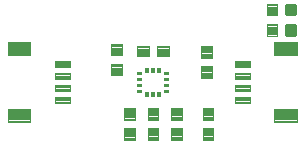
<source format=gtp>
G04 EAGLE Gerber RS-274X export*
G75*
%MOMM*%
%FSLAX34Y34*%
%LPD*%
%INSolderpaste Top*%
%IPPOS*%
%AMOC8*
5,1,8,0,0,1.08239X$1,22.5*%
G01*
%ADD10C,0.100000*%
%ADD11C,0.096000*%
%ADD12C,0.102000*%
%ADD13C,0.300000*%


D10*
X101147Y142550D02*
X101147Y132550D01*
X92147Y132550D01*
X92147Y142550D01*
X101147Y142550D01*
X101147Y133500D02*
X92147Y133500D01*
X92147Y134450D02*
X101147Y134450D01*
X101147Y135400D02*
X92147Y135400D01*
X92147Y136350D02*
X101147Y136350D01*
X101147Y137300D02*
X92147Y137300D01*
X92147Y138250D02*
X101147Y138250D01*
X101147Y139200D02*
X92147Y139200D01*
X92147Y140150D02*
X101147Y140150D01*
X101147Y141100D02*
X92147Y141100D01*
X92147Y142050D02*
X101147Y142050D01*
X101147Y149550D02*
X101147Y159550D01*
X101147Y149550D02*
X92147Y149550D01*
X92147Y159550D01*
X101147Y159550D01*
X101147Y150500D02*
X92147Y150500D01*
X92147Y151450D02*
X101147Y151450D01*
X101147Y152400D02*
X92147Y152400D01*
X92147Y153350D02*
X101147Y153350D01*
X101147Y154300D02*
X92147Y154300D01*
X92147Y155250D02*
X101147Y155250D01*
X101147Y156200D02*
X92147Y156200D01*
X92147Y157150D02*
X101147Y157150D01*
X101147Y158100D02*
X92147Y158100D01*
X92147Y159050D02*
X101147Y159050D01*
X130881Y157662D02*
X140881Y157662D01*
X140881Y148662D01*
X130881Y148662D01*
X130881Y157662D01*
X130881Y149612D02*
X140881Y149612D01*
X140881Y150562D02*
X130881Y150562D01*
X130881Y151512D02*
X140881Y151512D01*
X140881Y152462D02*
X130881Y152462D01*
X130881Y153412D02*
X140881Y153412D01*
X140881Y154362D02*
X130881Y154362D01*
X130881Y155312D02*
X140881Y155312D01*
X140881Y156262D02*
X130881Y156262D01*
X130881Y157212D02*
X140881Y157212D01*
X123881Y157662D02*
X113881Y157662D01*
X123881Y157662D02*
X123881Y148662D01*
X113881Y148662D01*
X113881Y157662D01*
X113881Y149612D02*
X123881Y149612D01*
X123881Y150562D02*
X113881Y150562D01*
X113881Y151512D02*
X123881Y151512D01*
X123881Y152462D02*
X113881Y152462D01*
X113881Y153412D02*
X123881Y153412D01*
X123881Y154362D02*
X113881Y154362D01*
X113881Y155312D02*
X123881Y155312D01*
X123881Y156262D02*
X113881Y156262D01*
X113881Y157212D02*
X123881Y157212D01*
X122945Y104940D02*
X122945Y94940D01*
X122945Y104940D02*
X131945Y104940D01*
X131945Y94940D01*
X122945Y94940D01*
X122945Y95890D02*
X131945Y95890D01*
X131945Y96840D02*
X122945Y96840D01*
X122945Y97790D02*
X131945Y97790D01*
X131945Y98740D02*
X122945Y98740D01*
X122945Y99690D02*
X131945Y99690D01*
X131945Y100640D02*
X122945Y100640D01*
X122945Y101590D02*
X131945Y101590D01*
X131945Y102540D02*
X122945Y102540D01*
X122945Y103490D02*
X131945Y103490D01*
X131945Y104440D02*
X122945Y104440D01*
X122945Y87940D02*
X122945Y77940D01*
X122945Y87940D02*
X131945Y87940D01*
X131945Y77940D01*
X122945Y77940D01*
X122945Y78890D02*
X131945Y78890D01*
X131945Y79840D02*
X122945Y79840D01*
X122945Y80790D02*
X131945Y80790D01*
X131945Y81740D02*
X122945Y81740D01*
X122945Y82690D02*
X131945Y82690D01*
X131945Y83640D02*
X122945Y83640D01*
X122945Y84590D02*
X131945Y84590D01*
X131945Y85540D02*
X122945Y85540D01*
X122945Y86490D02*
X131945Y86490D01*
X131945Y87440D02*
X122945Y87440D01*
X142884Y94940D02*
X142884Y104940D01*
X151884Y104940D01*
X151884Y94940D01*
X142884Y94940D01*
X142884Y95890D02*
X151884Y95890D01*
X151884Y96840D02*
X142884Y96840D01*
X142884Y97790D02*
X151884Y97790D01*
X151884Y98740D02*
X142884Y98740D01*
X142884Y99690D02*
X151884Y99690D01*
X151884Y100640D02*
X142884Y100640D01*
X142884Y101590D02*
X151884Y101590D01*
X151884Y102540D02*
X142884Y102540D01*
X142884Y103490D02*
X151884Y103490D01*
X151884Y104440D02*
X142884Y104440D01*
X142884Y87940D02*
X142884Y77940D01*
X142884Y87940D02*
X151884Y87940D01*
X151884Y77940D01*
X142884Y77940D01*
X142884Y78890D02*
X151884Y78890D01*
X151884Y79840D02*
X142884Y79840D01*
X142884Y80790D02*
X151884Y80790D01*
X151884Y81740D02*
X142884Y81740D01*
X142884Y82690D02*
X151884Y82690D01*
X151884Y83640D02*
X142884Y83640D01*
X142884Y84590D02*
X151884Y84590D01*
X151884Y85540D02*
X142884Y85540D01*
X142884Y86490D02*
X151884Y86490D01*
X151884Y87440D02*
X142884Y87440D01*
X102942Y95067D02*
X102942Y105067D01*
X111942Y105067D01*
X111942Y95067D01*
X102942Y95067D01*
X102942Y96017D02*
X111942Y96017D01*
X111942Y96967D02*
X102942Y96967D01*
X102942Y97917D02*
X111942Y97917D01*
X111942Y98867D02*
X102942Y98867D01*
X102942Y99817D02*
X111942Y99817D01*
X111942Y100767D02*
X102942Y100767D01*
X102942Y101717D02*
X111942Y101717D01*
X111942Y102667D02*
X102942Y102667D01*
X102942Y103617D02*
X111942Y103617D01*
X111942Y104567D02*
X102942Y104567D01*
X102942Y88067D02*
X102942Y78067D01*
X102942Y88067D02*
X111942Y88067D01*
X111942Y78067D01*
X102942Y78067D01*
X102942Y79017D02*
X111942Y79017D01*
X111942Y79967D02*
X102942Y79967D01*
X102942Y80917D02*
X111942Y80917D01*
X111942Y81867D02*
X102942Y81867D01*
X102942Y82817D02*
X111942Y82817D01*
X111942Y83767D02*
X102942Y83767D01*
X102942Y84717D02*
X111942Y84717D01*
X111942Y85667D02*
X102942Y85667D01*
X102942Y86617D02*
X111942Y86617D01*
X111942Y87567D02*
X102942Y87567D01*
D11*
X249216Y93480D02*
X249216Y104520D01*
X249216Y93480D02*
X230176Y93480D01*
X230176Y104520D01*
X249216Y104520D01*
X249216Y94392D02*
X230176Y94392D01*
X230176Y95304D02*
X249216Y95304D01*
X249216Y96216D02*
X230176Y96216D01*
X230176Y97128D02*
X249216Y97128D01*
X249216Y98040D02*
X230176Y98040D01*
X230176Y98952D02*
X249216Y98952D01*
X249216Y99864D02*
X230176Y99864D01*
X230176Y100776D02*
X249216Y100776D01*
X249216Y101688D02*
X230176Y101688D01*
X230176Y102600D02*
X249216Y102600D01*
X249216Y103512D02*
X230176Y103512D01*
X230176Y104424D02*
X249216Y104424D01*
X249216Y149480D02*
X249216Y160520D01*
X249216Y149480D02*
X230176Y149480D01*
X230176Y160520D01*
X249216Y160520D01*
X249216Y150392D02*
X230176Y150392D01*
X230176Y151304D02*
X249216Y151304D01*
X249216Y152216D02*
X230176Y152216D01*
X230176Y153128D02*
X249216Y153128D01*
X249216Y154040D02*
X230176Y154040D01*
X230176Y154952D02*
X249216Y154952D01*
X249216Y155864D02*
X230176Y155864D01*
X230176Y156776D02*
X249216Y156776D01*
X249216Y157688D02*
X230176Y157688D01*
X230176Y158600D02*
X249216Y158600D01*
X249216Y159512D02*
X230176Y159512D01*
X230176Y160424D02*
X249216Y160424D01*
D12*
X209186Y114490D02*
X209186Y109510D01*
X196706Y109510D01*
X196706Y114490D01*
X209186Y114490D01*
X209186Y110479D02*
X196706Y110479D01*
X196706Y111448D02*
X209186Y111448D01*
X209186Y112417D02*
X196706Y112417D01*
X196706Y113386D02*
X209186Y113386D01*
X209186Y114355D02*
X196706Y114355D01*
X209186Y119510D02*
X209186Y124490D01*
X209186Y119510D02*
X196706Y119510D01*
X196706Y124490D01*
X209186Y124490D01*
X209186Y120479D02*
X196706Y120479D01*
X196706Y121448D02*
X209186Y121448D01*
X209186Y122417D02*
X196706Y122417D01*
X196706Y123386D02*
X209186Y123386D01*
X209186Y124355D02*
X196706Y124355D01*
X209186Y129510D02*
X209186Y134490D01*
X209186Y129510D02*
X196706Y129510D01*
X196706Y134490D01*
X209186Y134490D01*
X209186Y130479D02*
X196706Y130479D01*
X196706Y131448D02*
X209186Y131448D01*
X209186Y132417D02*
X196706Y132417D01*
X196706Y133386D02*
X209186Y133386D01*
X209186Y134355D02*
X196706Y134355D01*
X209186Y139510D02*
X209186Y144490D01*
X209186Y139510D02*
X196706Y139510D01*
X196706Y144490D01*
X209186Y144490D01*
X209186Y140479D02*
X196706Y140479D01*
X196706Y141448D02*
X209186Y141448D01*
X209186Y142417D02*
X196706Y142417D01*
X196706Y143386D02*
X209186Y143386D01*
X209186Y144355D02*
X196706Y144355D01*
D11*
X4530Y149480D02*
X4530Y160520D01*
X23570Y160520D01*
X23570Y149480D01*
X4530Y149480D01*
X4530Y150392D02*
X23570Y150392D01*
X23570Y151304D02*
X4530Y151304D01*
X4530Y152216D02*
X23570Y152216D01*
X23570Y153128D02*
X4530Y153128D01*
X4530Y154040D02*
X23570Y154040D01*
X23570Y154952D02*
X4530Y154952D01*
X4530Y155864D02*
X23570Y155864D01*
X23570Y156776D02*
X4530Y156776D01*
X4530Y157688D02*
X23570Y157688D01*
X23570Y158600D02*
X4530Y158600D01*
X4530Y159512D02*
X23570Y159512D01*
X23570Y160424D02*
X4530Y160424D01*
X4530Y104520D02*
X4530Y93480D01*
X4530Y104520D02*
X23570Y104520D01*
X23570Y93480D01*
X4530Y93480D01*
X4530Y94392D02*
X23570Y94392D01*
X23570Y95304D02*
X4530Y95304D01*
X4530Y96216D02*
X23570Y96216D01*
X23570Y97128D02*
X4530Y97128D01*
X4530Y98040D02*
X23570Y98040D01*
X23570Y98952D02*
X4530Y98952D01*
X4530Y99864D02*
X23570Y99864D01*
X23570Y100776D02*
X4530Y100776D01*
X4530Y101688D02*
X23570Y101688D01*
X23570Y102600D02*
X4530Y102600D01*
X4530Y103512D02*
X23570Y103512D01*
X23570Y104424D02*
X4530Y104424D01*
D12*
X44560Y139510D02*
X44560Y144490D01*
X57040Y144490D01*
X57040Y139510D01*
X44560Y139510D01*
X44560Y140479D02*
X57040Y140479D01*
X57040Y141448D02*
X44560Y141448D01*
X44560Y142417D02*
X57040Y142417D01*
X57040Y143386D02*
X44560Y143386D01*
X44560Y144355D02*
X57040Y144355D01*
X44560Y134490D02*
X44560Y129510D01*
X44560Y134490D02*
X57040Y134490D01*
X57040Y129510D01*
X44560Y129510D01*
X44560Y130479D02*
X57040Y130479D01*
X57040Y131448D02*
X44560Y131448D01*
X44560Y132417D02*
X57040Y132417D01*
X57040Y133386D02*
X44560Y133386D01*
X44560Y134355D02*
X57040Y134355D01*
X44560Y124490D02*
X44560Y119510D01*
X44560Y124490D02*
X57040Y124490D01*
X57040Y119510D01*
X44560Y119510D01*
X44560Y120479D02*
X57040Y120479D01*
X57040Y121448D02*
X44560Y121448D01*
X44560Y122417D02*
X57040Y122417D01*
X57040Y123386D02*
X44560Y123386D01*
X44560Y124355D02*
X57040Y124355D01*
X44560Y114490D02*
X44560Y109510D01*
X44560Y114490D02*
X57040Y114490D01*
X57040Y109510D01*
X44560Y109510D01*
X44560Y110479D02*
X57040Y110479D01*
X57040Y111448D02*
X44560Y111448D01*
X44560Y112417D02*
X57040Y112417D01*
X57040Y113386D02*
X44560Y113386D01*
X44560Y114355D02*
X57040Y114355D01*
D13*
X240594Y184594D02*
X247594Y184594D01*
X240594Y184594D02*
X240594Y191594D01*
X247594Y191594D01*
X247594Y184594D01*
X247594Y187444D02*
X240594Y187444D01*
X240594Y190294D02*
X247594Y190294D01*
X247594Y167054D02*
X240594Y167054D01*
X240594Y174054D01*
X247594Y174054D01*
X247594Y167054D01*
X247594Y169904D02*
X240594Y169904D01*
X240594Y172754D02*
X247594Y172754D01*
D10*
X232592Y176332D02*
X232592Y166332D01*
X223592Y166332D01*
X223592Y176332D01*
X232592Y176332D01*
X232592Y167282D02*
X223592Y167282D01*
X223592Y168232D02*
X232592Y168232D01*
X232592Y169182D02*
X223592Y169182D01*
X223592Y170132D02*
X232592Y170132D01*
X232592Y171082D02*
X223592Y171082D01*
X223592Y172032D02*
X232592Y172032D01*
X232592Y172982D02*
X223592Y172982D01*
X223592Y173932D02*
X232592Y173932D01*
X232592Y174882D02*
X223592Y174882D01*
X223592Y175832D02*
X232592Y175832D01*
X232592Y183332D02*
X232592Y193332D01*
X232592Y183332D02*
X223592Y183332D01*
X223592Y193332D01*
X232592Y193332D01*
X232592Y184282D02*
X223592Y184282D01*
X223592Y185232D02*
X232592Y185232D01*
X232592Y186182D02*
X223592Y186182D01*
X223592Y187132D02*
X232592Y187132D01*
X232592Y188082D02*
X223592Y188082D01*
X223592Y189032D02*
X232592Y189032D01*
X232592Y189982D02*
X223592Y189982D01*
X223592Y190932D02*
X232592Y190932D01*
X232592Y191882D02*
X223592Y191882D01*
X223592Y192832D02*
X232592Y192832D01*
X177220Y140264D02*
X177220Y130264D01*
X168220Y130264D01*
X168220Y140264D01*
X177220Y140264D01*
X177220Y131214D02*
X168220Y131214D01*
X168220Y132164D02*
X177220Y132164D01*
X177220Y133114D02*
X168220Y133114D01*
X168220Y134064D02*
X177220Y134064D01*
X177220Y135014D02*
X168220Y135014D01*
X168220Y135964D02*
X177220Y135964D01*
X177220Y136914D02*
X168220Y136914D01*
X168220Y137864D02*
X177220Y137864D01*
X177220Y138814D02*
X168220Y138814D01*
X168220Y139764D02*
X177220Y139764D01*
X177220Y147264D02*
X177220Y157264D01*
X177220Y147264D02*
X168220Y147264D01*
X168220Y157264D01*
X177220Y157264D01*
X177220Y148214D02*
X168220Y148214D01*
X168220Y149164D02*
X177220Y149164D01*
X177220Y150114D02*
X168220Y150114D01*
X168220Y151064D02*
X177220Y151064D01*
X177220Y152014D02*
X168220Y152014D01*
X168220Y152964D02*
X177220Y152964D01*
X177220Y153914D02*
X168220Y153914D01*
X168220Y154864D02*
X177220Y154864D01*
X177220Y155814D02*
X168220Y155814D01*
X168220Y156764D02*
X177220Y156764D01*
D12*
X140515Y120490D02*
X136735Y120490D01*
X140515Y120490D02*
X140515Y118510D01*
X136735Y118510D01*
X136735Y120490D01*
X136735Y119479D02*
X140515Y119479D01*
X140515Y120448D02*
X136735Y120448D01*
X136735Y125490D02*
X140515Y125490D01*
X140515Y123510D01*
X136735Y123510D01*
X136735Y125490D01*
X136735Y124479D02*
X140515Y124479D01*
X140515Y125448D02*
X136735Y125448D01*
X136735Y130490D02*
X140515Y130490D01*
X140515Y128510D01*
X136735Y128510D01*
X136735Y130490D01*
X136735Y129479D02*
X140515Y129479D01*
X140515Y130448D02*
X136735Y130448D01*
X136735Y135490D02*
X140515Y135490D01*
X140515Y133510D01*
X136735Y133510D01*
X136735Y135490D01*
X136735Y134479D02*
X140515Y134479D01*
X140515Y135448D02*
X136735Y135448D01*
X117265Y133510D02*
X113485Y133510D01*
X113485Y135490D01*
X117265Y135490D01*
X117265Y133510D01*
X117265Y134479D02*
X113485Y134479D01*
X113485Y135448D02*
X117265Y135448D01*
X117265Y128510D02*
X113485Y128510D01*
X113485Y130490D01*
X117265Y130490D01*
X117265Y128510D01*
X117265Y129479D02*
X113485Y129479D01*
X113485Y130448D02*
X117265Y130448D01*
X117265Y123510D02*
X113485Y123510D01*
X113485Y125490D01*
X117265Y125490D01*
X117265Y123510D01*
X117265Y124479D02*
X113485Y124479D01*
X113485Y125448D02*
X117265Y125448D01*
X117265Y118510D02*
X113485Y118510D01*
X113485Y120490D01*
X117265Y120490D01*
X117265Y118510D01*
X117265Y119479D02*
X113485Y119479D01*
X113485Y120448D02*
X117265Y120448D01*
X131010Y138890D02*
X132990Y138890D01*
X132990Y135110D01*
X131010Y135110D01*
X131010Y138890D01*
X131010Y136079D02*
X132990Y136079D01*
X132990Y137048D02*
X131010Y137048D01*
X131010Y138017D02*
X132990Y138017D01*
X127990Y138890D02*
X126010Y138890D01*
X127990Y138890D02*
X127990Y135110D01*
X126010Y135110D01*
X126010Y138890D01*
X126010Y136079D02*
X127990Y136079D01*
X127990Y137048D02*
X126010Y137048D01*
X126010Y138017D02*
X127990Y138017D01*
X122990Y138890D02*
X121010Y138890D01*
X122990Y138890D02*
X122990Y135110D01*
X121010Y135110D01*
X121010Y138890D01*
X121010Y136079D02*
X122990Y136079D01*
X122990Y137048D02*
X121010Y137048D01*
X121010Y138017D02*
X122990Y138017D01*
X122990Y115110D02*
X121010Y115110D01*
X121010Y118890D01*
X122990Y118890D01*
X122990Y115110D01*
X122990Y116079D02*
X121010Y116079D01*
X121010Y117048D02*
X122990Y117048D01*
X122990Y118017D02*
X121010Y118017D01*
X126010Y115110D02*
X127990Y115110D01*
X126010Y115110D02*
X126010Y118890D01*
X127990Y118890D01*
X127990Y115110D01*
X127990Y116079D02*
X126010Y116079D01*
X126010Y117048D02*
X127990Y117048D01*
X127990Y118017D02*
X126010Y118017D01*
X131010Y115110D02*
X132990Y115110D01*
X131010Y115110D02*
X131010Y118890D01*
X132990Y118890D01*
X132990Y115110D01*
X132990Y116079D02*
X131010Y116079D01*
X131010Y117048D02*
X132990Y117048D01*
X132990Y118017D02*
X131010Y118017D01*
D10*
X178490Y87940D02*
X178490Y77940D01*
X169490Y77940D01*
X169490Y87940D01*
X178490Y87940D01*
X178490Y78890D02*
X169490Y78890D01*
X169490Y79840D02*
X178490Y79840D01*
X178490Y80790D02*
X169490Y80790D01*
X169490Y81740D02*
X178490Y81740D01*
X178490Y82690D02*
X169490Y82690D01*
X169490Y83640D02*
X178490Y83640D01*
X178490Y84590D02*
X169490Y84590D01*
X169490Y85540D02*
X178490Y85540D01*
X178490Y86490D02*
X169490Y86490D01*
X169490Y87440D02*
X178490Y87440D01*
X178490Y94940D02*
X178490Y104940D01*
X178490Y94940D02*
X169490Y94940D01*
X169490Y104940D01*
X178490Y104940D01*
X178490Y95890D02*
X169490Y95890D01*
X169490Y96840D02*
X178490Y96840D01*
X178490Y97790D02*
X169490Y97790D01*
X169490Y98740D02*
X178490Y98740D01*
X178490Y99690D02*
X169490Y99690D01*
X169490Y100640D02*
X178490Y100640D01*
X178490Y101590D02*
X169490Y101590D01*
X169490Y102540D02*
X178490Y102540D01*
X178490Y103490D02*
X169490Y103490D01*
X169490Y104440D02*
X178490Y104440D01*
M02*

</source>
